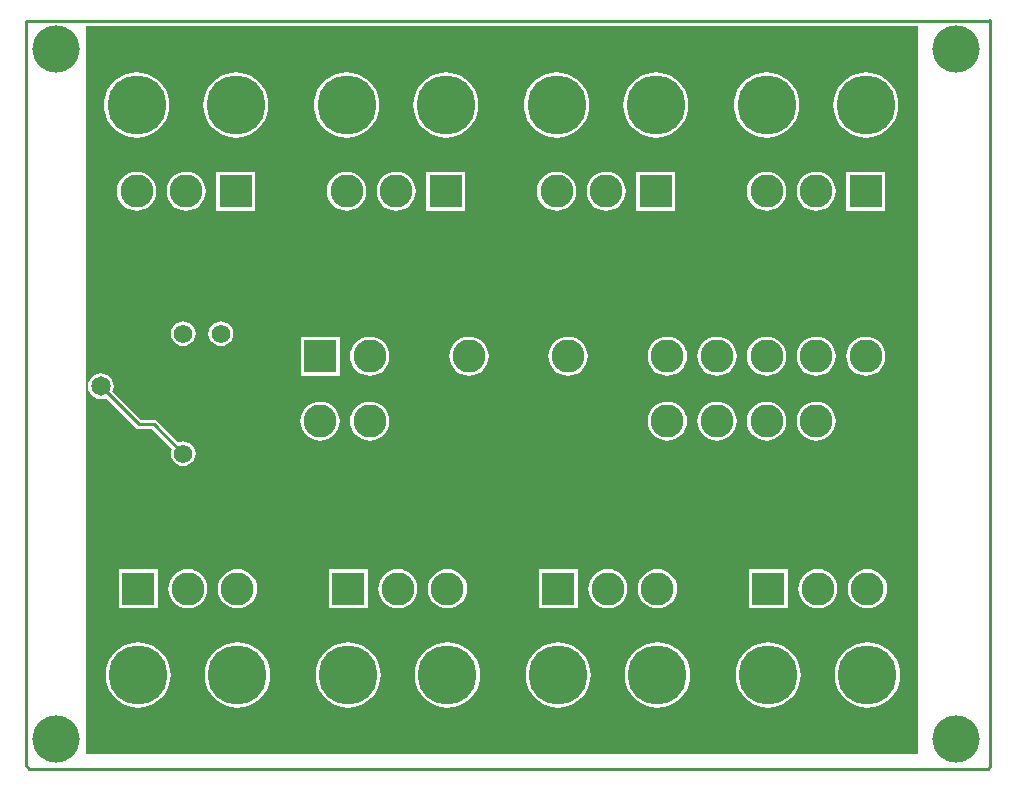
<source format=gbl>
G04 Layer_Physical_Order=2*
G04 Layer_Color=16711680*
%FSLAX44Y44*%
%MOMM*%
G71*
G01*
G75*
%ADD10C,0.2540*%
%ADD11C,4.0000*%
%ADD12C,2.8000*%
%ADD13R,2.8000X2.8000*%
%ADD14C,5.0000*%
%ADD15C,1.5748*%
%ADD16C,1.6510*%
G36*
X3441700Y425450D02*
X2736850D01*
Y1041400D01*
X3441700D01*
Y425450D01*
D02*
G37*
%LPC*%
G36*
X3153440Y581690D02*
X3120360D01*
Y548610D01*
X3153440D01*
Y581690D01*
D02*
G37*
G36*
X3331240D02*
X3298160D01*
Y548610D01*
X3331240D01*
Y581690D01*
D02*
G37*
G36*
X2749550Y747488D02*
X2746732Y747117D01*
X2744106Y746029D01*
X2741851Y744299D01*
X2740121Y742044D01*
X2739033Y739418D01*
X2738662Y736600D01*
X2739033Y733782D01*
X2740121Y731156D01*
X2741851Y728901D01*
X2744106Y727171D01*
X2746732Y726083D01*
X2749550Y725712D01*
X2752368Y726083D01*
X2753928Y726729D01*
X2779061Y701595D01*
X2780321Y700753D01*
X2781808Y700457D01*
X2792899D01*
X2809820Y683536D01*
X2809254Y682169D01*
X2808896Y679450D01*
X2809254Y676731D01*
X2810303Y674198D01*
X2811973Y672023D01*
X2814148Y670353D01*
X2816682Y669304D01*
X2819400Y668946D01*
X2822119Y669304D01*
X2824652Y670353D01*
X2826827Y672023D01*
X2828497Y674198D01*
X2829546Y676731D01*
X2829904Y679450D01*
X2829546Y682169D01*
X2828497Y684702D01*
X2826827Y686877D01*
X2824652Y688547D01*
X2822119Y689596D01*
X2819400Y689954D01*
X2816682Y689596D01*
X2815314Y689030D01*
X2797255Y707089D01*
X2795995Y707931D01*
X2794508Y708227D01*
X2783417D01*
X2759421Y732223D01*
X2760067Y733782D01*
X2760438Y736600D01*
X2760067Y739418D01*
X2758979Y742044D01*
X2757249Y744299D01*
X2754994Y746029D01*
X2752368Y747117D01*
X2749550Y747488D01*
D02*
G37*
G36*
X2975640Y581690D02*
X2942560D01*
Y548610D01*
X2975640D01*
Y581690D01*
D02*
G37*
G36*
X3356700Y581770D02*
X3353458Y581451D01*
X3350340Y580505D01*
X3347466Y578969D01*
X3344948Y576902D01*
X3342881Y574384D01*
X3341345Y571510D01*
X3340399Y568392D01*
X3340080Y565150D01*
X3340399Y561908D01*
X3341345Y558790D01*
X3342881Y555916D01*
X3344948Y553398D01*
X3347466Y551331D01*
X3350340Y549795D01*
X3353458Y548849D01*
X3356700Y548530D01*
X3359942Y548849D01*
X3363060Y549795D01*
X3365934Y551331D01*
X3368452Y553398D01*
X3370519Y555916D01*
X3372055Y558790D01*
X3373000Y561908D01*
X3373320Y565150D01*
X3373000Y568392D01*
X3372055Y571510D01*
X3370519Y574384D01*
X3368452Y576902D01*
X3365934Y578969D01*
X3363060Y580505D01*
X3359942Y581451D01*
X3356700Y581770D01*
D02*
G37*
G36*
X3398700D02*
X3395457Y581451D01*
X3392339Y580505D01*
X3389466Y578969D01*
X3386948Y576902D01*
X3384881Y574384D01*
X3383345Y571510D01*
X3382399Y568392D01*
X3382080Y565150D01*
X3382399Y561908D01*
X3383345Y558790D01*
X3384881Y555916D01*
X3386948Y553398D01*
X3389466Y551331D01*
X3392339Y549795D01*
X3395457Y548849D01*
X3398700Y548530D01*
X3401942Y548849D01*
X3405060Y549795D01*
X3407933Y551331D01*
X3410452Y553398D01*
X3412519Y555916D01*
X3414055Y558790D01*
X3415001Y561908D01*
X3415320Y565150D01*
X3415001Y568392D01*
X3414055Y571510D01*
X3412519Y574384D01*
X3410452Y576902D01*
X3407933Y578969D01*
X3405060Y580505D01*
X3401942Y581451D01*
X3398700Y581770D01*
D02*
G37*
G36*
X2797840Y581690D02*
X2764760D01*
Y548610D01*
X2797840D01*
Y581690D01*
D02*
G37*
G36*
X3313250Y723620D02*
X3310008Y723300D01*
X3306890Y722355D01*
X3304017Y720819D01*
X3301498Y718752D01*
X3299431Y716233D01*
X3297895Y713360D01*
X3296949Y710242D01*
X3296630Y707000D01*
X3296949Y703757D01*
X3297895Y700640D01*
X3299431Y697766D01*
X3301498Y695248D01*
X3304017Y693181D01*
X3306890Y691645D01*
X3310008Y690699D01*
X3313250Y690380D01*
X3316493Y690699D01*
X3319610Y691645D01*
X3322484Y693181D01*
X3325002Y695248D01*
X3327069Y697766D01*
X3328605Y700640D01*
X3329551Y703757D01*
X3329870Y707000D01*
X3329551Y710242D01*
X3328605Y713360D01*
X3327069Y716233D01*
X3325002Y718752D01*
X3322484Y720819D01*
X3319610Y722355D01*
X3316493Y723300D01*
X3313250Y723620D01*
D02*
G37*
G36*
X3355250D02*
X3352008Y723300D01*
X3348890Y722355D01*
X3346017Y720819D01*
X3343498Y718752D01*
X3341431Y716233D01*
X3339895Y713360D01*
X3338949Y710242D01*
X3338630Y707000D01*
X3338949Y703757D01*
X3339895Y700640D01*
X3341431Y697766D01*
X3343498Y695248D01*
X3346017Y693181D01*
X3348890Y691645D01*
X3352008Y690699D01*
X3355250Y690380D01*
X3358492Y690699D01*
X3361610Y691645D01*
X3364484Y693181D01*
X3367002Y695248D01*
X3369069Y697766D01*
X3370605Y700640D01*
X3371551Y703757D01*
X3371870Y707000D01*
X3371551Y710242D01*
X3370605Y713360D01*
X3369069Y716233D01*
X3367002Y718752D01*
X3364484Y720819D01*
X3361610Y722355D01*
X3358492Y723300D01*
X3355250Y723620D01*
D02*
G37*
G36*
X2977250Y778620D02*
X2974007Y778301D01*
X2970890Y777355D01*
X2968016Y775819D01*
X2965498Y773752D01*
X2963431Y771234D01*
X2961895Y768360D01*
X2960949Y765242D01*
X2960630Y762000D01*
X2960949Y758758D01*
X2961895Y755640D01*
X2963431Y752766D01*
X2965498Y750248D01*
X2968016Y748181D01*
X2970890Y746645D01*
X2974007Y745699D01*
X2977250Y745380D01*
X2980492Y745699D01*
X2983610Y746645D01*
X2986483Y748181D01*
X2989002Y750248D01*
X2991069Y752766D01*
X2992605Y755640D01*
X2993550Y758758D01*
X2993870Y762000D01*
X2993550Y765242D01*
X2992605Y768360D01*
X2991069Y771234D01*
X2989002Y773752D01*
X2986483Y775819D01*
X2983610Y777355D01*
X2980492Y778301D01*
X2977250Y778620D01*
D02*
G37*
G36*
X3271250Y723620D02*
X3268007Y723300D01*
X3264890Y722355D01*
X3262016Y720819D01*
X3259498Y718752D01*
X3257431Y716233D01*
X3255895Y713360D01*
X3254949Y710242D01*
X3254630Y707000D01*
X3254949Y703757D01*
X3255895Y700640D01*
X3257431Y697766D01*
X3259498Y695248D01*
X3262016Y693181D01*
X3264890Y691645D01*
X3268007Y690699D01*
X3271250Y690380D01*
X3274492Y690699D01*
X3277610Y691645D01*
X3280483Y693181D01*
X3283002Y695248D01*
X3285069Y697766D01*
X3286605Y700640D01*
X3287550Y703757D01*
X3287870Y707000D01*
X3287550Y710242D01*
X3286605Y713360D01*
X3285069Y716233D01*
X3283002Y718752D01*
X3280483Y720819D01*
X3277610Y722355D01*
X3274492Y723300D01*
X3271250Y723620D01*
D02*
G37*
G36*
X2935250D02*
X2932007Y723300D01*
X2928890Y722355D01*
X2926016Y720819D01*
X2923498Y718752D01*
X2921431Y716233D01*
X2919895Y713360D01*
X2918949Y710242D01*
X2918630Y707000D01*
X2918949Y703757D01*
X2919895Y700640D01*
X2921431Y697766D01*
X2923498Y695248D01*
X2926016Y693181D01*
X2928890Y691645D01*
X2932007Y690699D01*
X2935250Y690380D01*
X2938492Y690699D01*
X2941610Y691645D01*
X2944484Y693181D01*
X2947002Y695248D01*
X2949069Y697766D01*
X2950605Y700640D01*
X2951551Y703757D01*
X2951870Y707000D01*
X2951551Y710242D01*
X2950605Y713360D01*
X2949069Y716233D01*
X2947002Y718752D01*
X2944484Y720819D01*
X2941610Y722355D01*
X2938492Y723300D01*
X2935250Y723620D01*
D02*
G37*
G36*
X2977250D02*
X2974007Y723300D01*
X2970890Y722355D01*
X2968016Y720819D01*
X2965498Y718752D01*
X2963431Y716233D01*
X2961895Y713360D01*
X2960949Y710242D01*
X2960630Y707000D01*
X2960949Y703757D01*
X2961895Y700640D01*
X2963431Y697766D01*
X2965498Y695248D01*
X2968016Y693181D01*
X2970890Y691645D01*
X2974007Y690699D01*
X2977250Y690380D01*
X2980492Y690699D01*
X2983610Y691645D01*
X2986483Y693181D01*
X2989002Y695248D01*
X2991069Y697766D01*
X2992605Y700640D01*
X2993550Y703757D01*
X2993870Y707000D01*
X2993550Y710242D01*
X2992605Y713360D01*
X2991069Y716233D01*
X2989002Y718752D01*
X2986483Y720819D01*
X2983610Y722355D01*
X2980492Y723300D01*
X2977250Y723620D01*
D02*
G37*
G36*
X3229250D02*
X3226007Y723300D01*
X3222890Y722355D01*
X3220016Y720819D01*
X3217498Y718752D01*
X3215431Y716233D01*
X3213895Y713360D01*
X3212949Y710242D01*
X3212630Y707000D01*
X3212949Y703757D01*
X3213895Y700640D01*
X3215431Y697766D01*
X3217498Y695248D01*
X3220016Y693181D01*
X3222890Y691645D01*
X3226007Y690699D01*
X3229250Y690380D01*
X3232492Y690699D01*
X3235610Y691645D01*
X3238483Y693181D01*
X3241002Y695248D01*
X3243069Y697766D01*
X3244605Y700640D01*
X3245551Y703757D01*
X3245870Y707000D01*
X3245551Y710242D01*
X3244605Y713360D01*
X3243069Y716233D01*
X3241002Y718752D01*
X3238483Y720819D01*
X3235610Y722355D01*
X3232492Y723300D01*
X3229250Y723620D01*
D02*
G37*
G36*
X3136900Y519775D02*
X3132578Y519435D01*
X3128363Y518423D01*
X3124359Y516764D01*
X3120662Y514499D01*
X3117366Y511684D01*
X3114551Y508388D01*
X3112286Y504691D01*
X3110627Y500686D01*
X3109615Y496471D01*
X3109275Y492150D01*
X3109615Y487828D01*
X3110627Y483613D01*
X3112286Y479608D01*
X3114551Y475912D01*
X3117366Y472616D01*
X3120662Y469801D01*
X3124359Y467536D01*
X3128363Y465877D01*
X3132578Y464865D01*
X3136900Y464525D01*
X3141222Y464865D01*
X3145437Y465877D01*
X3149442Y467536D01*
X3153138Y469801D01*
X3156434Y472616D01*
X3159249Y475912D01*
X3161514Y479608D01*
X3163173Y483613D01*
X3164185Y487828D01*
X3164525Y492150D01*
X3164185Y496471D01*
X3163173Y500686D01*
X3161514Y504691D01*
X3159249Y508388D01*
X3156434Y511684D01*
X3153138Y514499D01*
X3149442Y516764D01*
X3145437Y518423D01*
X3141222Y519435D01*
X3136900Y519775D01*
D02*
G37*
G36*
X3220900D02*
X3216578Y519435D01*
X3212363Y518423D01*
X3208358Y516764D01*
X3204662Y514499D01*
X3201366Y511684D01*
X3198551Y508388D01*
X3196286Y504691D01*
X3194627Y500686D01*
X3193615Y496471D01*
X3193275Y492150D01*
X3193615Y487828D01*
X3194627Y483613D01*
X3196286Y479608D01*
X3198551Y475912D01*
X3201366Y472616D01*
X3204662Y469801D01*
X3208358Y467536D01*
X3212363Y465877D01*
X3216578Y464865D01*
X3220900Y464525D01*
X3225221Y464865D01*
X3229437Y465877D01*
X3233441Y467536D01*
X3237137Y469801D01*
X3240434Y472616D01*
X3243249Y475912D01*
X3245514Y479608D01*
X3247173Y483613D01*
X3248185Y487828D01*
X3248525Y492150D01*
X3248185Y496471D01*
X3247173Y500686D01*
X3245514Y504691D01*
X3243249Y508388D01*
X3240434Y511684D01*
X3237137Y514499D01*
X3233441Y516764D01*
X3229437Y518423D01*
X3225221Y519435D01*
X3220900Y519775D01*
D02*
G37*
G36*
X3314700D02*
X3310378Y519435D01*
X3306163Y518423D01*
X3302159Y516764D01*
X3298462Y514499D01*
X3295166Y511684D01*
X3292351Y508388D01*
X3290086Y504691D01*
X3288427Y500686D01*
X3287415Y496471D01*
X3287075Y492150D01*
X3287415Y487828D01*
X3288427Y483613D01*
X3290086Y479608D01*
X3292351Y475912D01*
X3295166Y472616D01*
X3298462Y469801D01*
X3302159Y467536D01*
X3306163Y465877D01*
X3310378Y464865D01*
X3314700Y464525D01*
X3319022Y464865D01*
X3323237Y465877D01*
X3327242Y467536D01*
X3330938Y469801D01*
X3334234Y472616D01*
X3337049Y475912D01*
X3339314Y479608D01*
X3340973Y483613D01*
X3341985Y487828D01*
X3342325Y492150D01*
X3341985Y496471D01*
X3340973Y500686D01*
X3339314Y504691D01*
X3337049Y508388D01*
X3334234Y511684D01*
X3330938Y514499D01*
X3327242Y516764D01*
X3323237Y518423D01*
X3319022Y519435D01*
X3314700Y519775D01*
D02*
G37*
G36*
X3043100D02*
X3038778Y519435D01*
X3034563Y518423D01*
X3030558Y516764D01*
X3026862Y514499D01*
X3023566Y511684D01*
X3020751Y508388D01*
X3018486Y504691D01*
X3016827Y500686D01*
X3015815Y496471D01*
X3015475Y492150D01*
X3015815Y487828D01*
X3016827Y483613D01*
X3018486Y479608D01*
X3020751Y475912D01*
X3023566Y472616D01*
X3026862Y469801D01*
X3030558Y467536D01*
X3034563Y465877D01*
X3038778Y464865D01*
X3043100Y464525D01*
X3047421Y464865D01*
X3051636Y465877D01*
X3055641Y467536D01*
X3059337Y469801D01*
X3062634Y472616D01*
X3065449Y475912D01*
X3067714Y479608D01*
X3069373Y483613D01*
X3070385Y487828D01*
X3070725Y492150D01*
X3070385Y496471D01*
X3069373Y500686D01*
X3067714Y504691D01*
X3065449Y508388D01*
X3062634Y511684D01*
X3059337Y514499D01*
X3055641Y516764D01*
X3051636Y518423D01*
X3047421Y519435D01*
X3043100Y519775D01*
D02*
G37*
G36*
X2781300D02*
X2776978Y519435D01*
X2772763Y518423D01*
X2768759Y516764D01*
X2765062Y514499D01*
X2761766Y511684D01*
X2758951Y508388D01*
X2756686Y504691D01*
X2755027Y500686D01*
X2754015Y496471D01*
X2753675Y492150D01*
X2754015Y487828D01*
X2755027Y483613D01*
X2756686Y479608D01*
X2758951Y475912D01*
X2761766Y472616D01*
X2765062Y469801D01*
X2768759Y467536D01*
X2772763Y465877D01*
X2776978Y464865D01*
X2781300Y464525D01*
X2785622Y464865D01*
X2789837Y465877D01*
X2793842Y467536D01*
X2797538Y469801D01*
X2800834Y472616D01*
X2803649Y475912D01*
X2805914Y479608D01*
X2807573Y483613D01*
X2808585Y487828D01*
X2808925Y492150D01*
X2808585Y496471D01*
X2807573Y500686D01*
X2805914Y504691D01*
X2803649Y508388D01*
X2800834Y511684D01*
X2797538Y514499D01*
X2793842Y516764D01*
X2789837Y518423D01*
X2785622Y519435D01*
X2781300Y519775D01*
D02*
G37*
G36*
X2865300D02*
X2860978Y519435D01*
X2856763Y518423D01*
X2852758Y516764D01*
X2849062Y514499D01*
X2845766Y511684D01*
X2842951Y508388D01*
X2840686Y504691D01*
X2839027Y500686D01*
X2838015Y496471D01*
X2837675Y492150D01*
X2838015Y487828D01*
X2839027Y483613D01*
X2840686Y479608D01*
X2842951Y475912D01*
X2845766Y472616D01*
X2849062Y469801D01*
X2852758Y467536D01*
X2856763Y465877D01*
X2860978Y464865D01*
X2865300Y464525D01*
X2869621Y464865D01*
X2873836Y465877D01*
X2877841Y467536D01*
X2881537Y469801D01*
X2884834Y472616D01*
X2887649Y475912D01*
X2889914Y479608D01*
X2891573Y483613D01*
X2892585Y487828D01*
X2892925Y492150D01*
X2892585Y496471D01*
X2891573Y500686D01*
X2889914Y504691D01*
X2887649Y508388D01*
X2884834Y511684D01*
X2881537Y514499D01*
X2877841Y516764D01*
X2873836Y518423D01*
X2869621Y519435D01*
X2865300Y519775D01*
D02*
G37*
G36*
X2959100D02*
X2954778Y519435D01*
X2950563Y518423D01*
X2946559Y516764D01*
X2942862Y514499D01*
X2939566Y511684D01*
X2936751Y508388D01*
X2934486Y504691D01*
X2932827Y500686D01*
X2931815Y496471D01*
X2931475Y492150D01*
X2931815Y487828D01*
X2932827Y483613D01*
X2934486Y479608D01*
X2936751Y475912D01*
X2939566Y472616D01*
X2942862Y469801D01*
X2946559Y467536D01*
X2950563Y465877D01*
X2954778Y464865D01*
X2959100Y464525D01*
X2963422Y464865D01*
X2967637Y465877D01*
X2971642Y467536D01*
X2975338Y469801D01*
X2978634Y472616D01*
X2981449Y475912D01*
X2983714Y479608D01*
X2985373Y483613D01*
X2986385Y487828D01*
X2986725Y492150D01*
X2986385Y496471D01*
X2985373Y500686D01*
X2983714Y504691D01*
X2981449Y508388D01*
X2978634Y511684D01*
X2975338Y514499D01*
X2971642Y516764D01*
X2967637Y518423D01*
X2963422Y519435D01*
X2959100Y519775D01*
D02*
G37*
G36*
X3043100Y581770D02*
X3039857Y581451D01*
X3036740Y580505D01*
X3033866Y578969D01*
X3031348Y576902D01*
X3029281Y574384D01*
X3027745Y571510D01*
X3026799Y568392D01*
X3026480Y565150D01*
X3026799Y561908D01*
X3027745Y558790D01*
X3029281Y555916D01*
X3031348Y553398D01*
X3033866Y551331D01*
X3036740Y549795D01*
X3039857Y548849D01*
X3043100Y548530D01*
X3046342Y548849D01*
X3049460Y549795D01*
X3052333Y551331D01*
X3054852Y553398D01*
X3056919Y555916D01*
X3058455Y558790D01*
X3059401Y561908D01*
X3059720Y565150D01*
X3059401Y568392D01*
X3058455Y571510D01*
X3056919Y574384D01*
X3054852Y576902D01*
X3052333Y578969D01*
X3049460Y580505D01*
X3046342Y581451D01*
X3043100Y581770D01*
D02*
G37*
G36*
X3178900D02*
X3175657Y581451D01*
X3172540Y580505D01*
X3169666Y578969D01*
X3167148Y576902D01*
X3165081Y574384D01*
X3163545Y571510D01*
X3162599Y568392D01*
X3162280Y565150D01*
X3162599Y561908D01*
X3163545Y558790D01*
X3165081Y555916D01*
X3167148Y553398D01*
X3169666Y551331D01*
X3172540Y549795D01*
X3175657Y548849D01*
X3178900Y548530D01*
X3182142Y548849D01*
X3185260Y549795D01*
X3188134Y551331D01*
X3190652Y553398D01*
X3192719Y555916D01*
X3194255Y558790D01*
X3195201Y561908D01*
X3195520Y565150D01*
X3195201Y568392D01*
X3194255Y571510D01*
X3192719Y574384D01*
X3190652Y576902D01*
X3188134Y578969D01*
X3185260Y580505D01*
X3182142Y581451D01*
X3178900Y581770D01*
D02*
G37*
G36*
X3220900D02*
X3217657Y581451D01*
X3214539Y580505D01*
X3211666Y578969D01*
X3209148Y576902D01*
X3207081Y574384D01*
X3205545Y571510D01*
X3204599Y568392D01*
X3204280Y565150D01*
X3204599Y561908D01*
X3205545Y558790D01*
X3207081Y555916D01*
X3209148Y553398D01*
X3211666Y551331D01*
X3214539Y549795D01*
X3217657Y548849D01*
X3220900Y548530D01*
X3224142Y548849D01*
X3227260Y549795D01*
X3230133Y551331D01*
X3232652Y553398D01*
X3234719Y555916D01*
X3236255Y558790D01*
X3237201Y561908D01*
X3237520Y565150D01*
X3237201Y568392D01*
X3236255Y571510D01*
X3234719Y574384D01*
X3232652Y576902D01*
X3230133Y578969D01*
X3227260Y580505D01*
X3224142Y581451D01*
X3220900Y581770D01*
D02*
G37*
G36*
X3001100D02*
X2997857Y581451D01*
X2994740Y580505D01*
X2991866Y578969D01*
X2989348Y576902D01*
X2987281Y574384D01*
X2985745Y571510D01*
X2984799Y568392D01*
X2984480Y565150D01*
X2984799Y561908D01*
X2985745Y558790D01*
X2987281Y555916D01*
X2989348Y553398D01*
X2991866Y551331D01*
X2994740Y549795D01*
X2997857Y548849D01*
X3001100Y548530D01*
X3004342Y548849D01*
X3007460Y549795D01*
X3010334Y551331D01*
X3012852Y553398D01*
X3014919Y555916D01*
X3016455Y558790D01*
X3017401Y561908D01*
X3017720Y565150D01*
X3017401Y568392D01*
X3016455Y571510D01*
X3014919Y574384D01*
X3012852Y576902D01*
X3010334Y578969D01*
X3007460Y580505D01*
X3004342Y581451D01*
X3001100Y581770D01*
D02*
G37*
G36*
X3398700Y519775D02*
X3394378Y519435D01*
X3390163Y518423D01*
X3386158Y516764D01*
X3382462Y514499D01*
X3379166Y511684D01*
X3376351Y508388D01*
X3374086Y504691D01*
X3372427Y500686D01*
X3371415Y496471D01*
X3371075Y492150D01*
X3371415Y487828D01*
X3372427Y483613D01*
X3374086Y479608D01*
X3376351Y475912D01*
X3379166Y472616D01*
X3382462Y469801D01*
X3386158Y467536D01*
X3390163Y465877D01*
X3394378Y464865D01*
X3398700Y464525D01*
X3403022Y464865D01*
X3407237Y465877D01*
X3411241Y467536D01*
X3414937Y469801D01*
X3418234Y472616D01*
X3421049Y475912D01*
X3423314Y479608D01*
X3424973Y483613D01*
X3425985Y487828D01*
X3426325Y492150D01*
X3425985Y496471D01*
X3424973Y500686D01*
X3423314Y504691D01*
X3421049Y508388D01*
X3418234Y511684D01*
X3414937Y514499D01*
X3411241Y516764D01*
X3407237Y518423D01*
X3403022Y519435D01*
X3398700Y519775D01*
D02*
G37*
G36*
X2823300Y581770D02*
X2820057Y581451D01*
X2816940Y580505D01*
X2814066Y578969D01*
X2811548Y576902D01*
X2809481Y574384D01*
X2807945Y571510D01*
X2806999Y568392D01*
X2806680Y565150D01*
X2806999Y561908D01*
X2807945Y558790D01*
X2809481Y555916D01*
X2811548Y553398D01*
X2814066Y551331D01*
X2816940Y549795D01*
X2820057Y548849D01*
X2823300Y548530D01*
X2826542Y548849D01*
X2829660Y549795D01*
X2832534Y551331D01*
X2835052Y553398D01*
X2837119Y555916D01*
X2838655Y558790D01*
X2839601Y561908D01*
X2839920Y565150D01*
X2839601Y568392D01*
X2838655Y571510D01*
X2837119Y574384D01*
X2835052Y576902D01*
X2832534Y578969D01*
X2829660Y580505D01*
X2826542Y581451D01*
X2823300Y581770D01*
D02*
G37*
G36*
X2865300D02*
X2862057Y581451D01*
X2858940Y580505D01*
X2856066Y578969D01*
X2853548Y576902D01*
X2851481Y574384D01*
X2849945Y571510D01*
X2848999Y568392D01*
X2848680Y565150D01*
X2848999Y561908D01*
X2849945Y558790D01*
X2851481Y555916D01*
X2853548Y553398D01*
X2856066Y551331D01*
X2858940Y549795D01*
X2862057Y548849D01*
X2865300Y548530D01*
X2868542Y548849D01*
X2871660Y549795D01*
X2874533Y551331D01*
X2877052Y553398D01*
X2879119Y555916D01*
X2880655Y558790D01*
X2881601Y561908D01*
X2881920Y565150D01*
X2881601Y568392D01*
X2880655Y571510D01*
X2879119Y574384D01*
X2877052Y576902D01*
X2874533Y578969D01*
X2871660Y580505D01*
X2868542Y581451D01*
X2865300Y581770D01*
D02*
G37*
G36*
X3061250Y778620D02*
X3058008Y778301D01*
X3054890Y777355D01*
X3052017Y775819D01*
X3049498Y773752D01*
X3047431Y771234D01*
X3045895Y768360D01*
X3044950Y765242D01*
X3044630Y762000D01*
X3044950Y758758D01*
X3045895Y755640D01*
X3047431Y752766D01*
X3049498Y750248D01*
X3052017Y748181D01*
X3054890Y746645D01*
X3058008Y745699D01*
X3061250Y745380D01*
X3064492Y745699D01*
X3067610Y746645D01*
X3070484Y748181D01*
X3073002Y750248D01*
X3075069Y752766D01*
X3076605Y755640D01*
X3077551Y758758D01*
X3077870Y762000D01*
X3077551Y765242D01*
X3076605Y768360D01*
X3075069Y771234D01*
X3073002Y773752D01*
X3070484Y775819D01*
X3067610Y777355D01*
X3064492Y778301D01*
X3061250Y778620D01*
D02*
G37*
G36*
X3235990Y918240D02*
X3202910D01*
Y885160D01*
X3235990D01*
Y918240D01*
D02*
G37*
G36*
X3413790D02*
X3380710D01*
Y885160D01*
X3413790D01*
Y918240D01*
D02*
G37*
G36*
X2779850Y1002325D02*
X2775529Y1001985D01*
X2771313Y1000973D01*
X2767309Y999314D01*
X2763612Y997049D01*
X2760316Y994234D01*
X2757501Y990938D01*
X2755236Y987242D01*
X2753577Y983237D01*
X2752565Y979022D01*
X2752225Y974700D01*
X2752565Y970379D01*
X2753577Y966163D01*
X2755236Y962159D01*
X2757501Y958462D01*
X2760316Y955166D01*
X2763612Y952351D01*
X2767309Y950086D01*
X2771313Y948427D01*
X2775529Y947415D01*
X2779850Y947075D01*
X2784172Y947415D01*
X2788387Y948427D01*
X2792392Y950086D01*
X2796088Y952351D01*
X2799384Y955166D01*
X2802199Y958462D01*
X2804464Y962159D01*
X2806123Y966163D01*
X2807135Y970379D01*
X2807475Y974700D01*
X2807135Y979022D01*
X2806123Y983237D01*
X2804464Y987242D01*
X2802199Y990938D01*
X2799384Y994234D01*
X2796088Y997049D01*
X2792392Y999314D01*
X2788387Y1000973D01*
X2784172Y1001985D01*
X2779850Y1002325D01*
D02*
G37*
G36*
X3058190Y918240D02*
X3025110D01*
Y885160D01*
X3058190D01*
Y918240D01*
D02*
G37*
G36*
X3313250Y918320D02*
X3310008Y918001D01*
X3306890Y917055D01*
X3304017Y915519D01*
X3301498Y913452D01*
X3299431Y910934D01*
X3297895Y908060D01*
X3296949Y904942D01*
X3296630Y901700D01*
X3296949Y898458D01*
X3297895Y895340D01*
X3299431Y892466D01*
X3301498Y889948D01*
X3304017Y887881D01*
X3306890Y886345D01*
X3310008Y885399D01*
X3313250Y885080D01*
X3316493Y885399D01*
X3319610Y886345D01*
X3322484Y887881D01*
X3325002Y889948D01*
X3327069Y892466D01*
X3328605Y895340D01*
X3329551Y898458D01*
X3329870Y901700D01*
X3329551Y904942D01*
X3328605Y908060D01*
X3327069Y910934D01*
X3325002Y913452D01*
X3322484Y915519D01*
X3319610Y917055D01*
X3316493Y918001D01*
X3313250Y918320D01*
D02*
G37*
G36*
X3355250D02*
X3352008Y918001D01*
X3348890Y917055D01*
X3346017Y915519D01*
X3343498Y913452D01*
X3341431Y910934D01*
X3339895Y908060D01*
X3338949Y904942D01*
X3338630Y901700D01*
X3338949Y898458D01*
X3339895Y895340D01*
X3341431Y892466D01*
X3343498Y889948D01*
X3346017Y887881D01*
X3348890Y886345D01*
X3352008Y885399D01*
X3355250Y885080D01*
X3358492Y885399D01*
X3361610Y886345D01*
X3364484Y887881D01*
X3367002Y889948D01*
X3369069Y892466D01*
X3370605Y895340D01*
X3371551Y898458D01*
X3371870Y901700D01*
X3371551Y904942D01*
X3370605Y908060D01*
X3369069Y910934D01*
X3367002Y913452D01*
X3364484Y915519D01*
X3361610Y917055D01*
X3358492Y918001D01*
X3355250Y918320D01*
D02*
G37*
G36*
X2880390Y918240D02*
X2847310D01*
Y885160D01*
X2880390D01*
Y918240D01*
D02*
G37*
G36*
X3219450Y1002325D02*
X3215128Y1001985D01*
X3210913Y1000973D01*
X3206908Y999314D01*
X3203212Y997049D01*
X3199916Y994234D01*
X3197101Y990938D01*
X3194836Y987242D01*
X3193177Y983237D01*
X3192165Y979022D01*
X3191825Y974700D01*
X3192165Y970379D01*
X3193177Y966163D01*
X3194836Y962159D01*
X3197101Y958462D01*
X3199916Y955166D01*
X3203212Y952351D01*
X3206908Y950086D01*
X3210913Y948427D01*
X3215128Y947415D01*
X3219450Y947075D01*
X3223771Y947415D01*
X3227986Y948427D01*
X3231992Y950086D01*
X3235688Y952351D01*
X3238984Y955166D01*
X3241799Y958462D01*
X3244064Y962159D01*
X3245723Y966163D01*
X3246735Y970379D01*
X3247075Y974700D01*
X3246735Y979022D01*
X3245723Y983237D01*
X3244064Y987242D01*
X3241799Y990938D01*
X3238984Y994234D01*
X3235688Y997049D01*
X3231992Y999314D01*
X3227986Y1000973D01*
X3223771Y1001985D01*
X3219450Y1002325D01*
D02*
G37*
G36*
X3313250D02*
X3308929Y1001985D01*
X3304713Y1000973D01*
X3300709Y999314D01*
X3297013Y997049D01*
X3293716Y994234D01*
X3290901Y990938D01*
X3288636Y987242D01*
X3286977Y983237D01*
X3285965Y979022D01*
X3285625Y974700D01*
X3285965Y970379D01*
X3286977Y966163D01*
X3288636Y962159D01*
X3290901Y958462D01*
X3293716Y955166D01*
X3297013Y952351D01*
X3300709Y950086D01*
X3304713Y948427D01*
X3308929Y947415D01*
X3313250Y947075D01*
X3317572Y947415D01*
X3321787Y948427D01*
X3325792Y950086D01*
X3329488Y952351D01*
X3332784Y955166D01*
X3335599Y958462D01*
X3337864Y962159D01*
X3339523Y966163D01*
X3340535Y970379D01*
X3340875Y974700D01*
X3340535Y979022D01*
X3339523Y983237D01*
X3337864Y987242D01*
X3335599Y990938D01*
X3332784Y994234D01*
X3329488Y997049D01*
X3325792Y999314D01*
X3321787Y1000973D01*
X3317572Y1001985D01*
X3313250Y1002325D01*
D02*
G37*
G36*
X3397250D02*
X3392928Y1001985D01*
X3388713Y1000973D01*
X3384708Y999314D01*
X3381012Y997049D01*
X3377716Y994234D01*
X3374901Y990938D01*
X3372636Y987242D01*
X3370977Y983237D01*
X3369965Y979022D01*
X3369625Y974700D01*
X3369965Y970379D01*
X3370977Y966163D01*
X3372636Y962159D01*
X3374901Y958462D01*
X3377716Y955166D01*
X3381012Y952351D01*
X3384708Y950086D01*
X3388713Y948427D01*
X3392928Y947415D01*
X3397250Y947075D01*
X3401571Y947415D01*
X3405787Y948427D01*
X3409792Y950086D01*
X3413488Y952351D01*
X3416784Y955166D01*
X3419599Y958462D01*
X3421864Y962159D01*
X3423523Y966163D01*
X3424535Y970379D01*
X3424875Y974700D01*
X3424535Y979022D01*
X3423523Y983237D01*
X3421864Y987242D01*
X3419599Y990938D01*
X3416784Y994234D01*
X3413488Y997049D01*
X3409792Y999314D01*
X3405787Y1000973D01*
X3401571Y1001985D01*
X3397250Y1002325D01*
D02*
G37*
G36*
X3135450D02*
X3131129Y1001985D01*
X3126913Y1000973D01*
X3122909Y999314D01*
X3119213Y997049D01*
X3115916Y994234D01*
X3113101Y990938D01*
X3110836Y987242D01*
X3109177Y983237D01*
X3108165Y979022D01*
X3107825Y974700D01*
X3108165Y970379D01*
X3109177Y966163D01*
X3110836Y962159D01*
X3113101Y958462D01*
X3115916Y955166D01*
X3119213Y952351D01*
X3122909Y950086D01*
X3126913Y948427D01*
X3131129Y947415D01*
X3135450Y947075D01*
X3139772Y947415D01*
X3143987Y948427D01*
X3147992Y950086D01*
X3151688Y952351D01*
X3154984Y955166D01*
X3157799Y958462D01*
X3160064Y962159D01*
X3161723Y966163D01*
X3162735Y970379D01*
X3163075Y974700D01*
X3162735Y979022D01*
X3161723Y983237D01*
X3160064Y987242D01*
X3157799Y990938D01*
X3154984Y994234D01*
X3151688Y997049D01*
X3147992Y999314D01*
X3143987Y1000973D01*
X3139772Y1001985D01*
X3135450Y1002325D01*
D02*
G37*
G36*
X2863850D02*
X2859529Y1001985D01*
X2855313Y1000973D01*
X2851308Y999314D01*
X2847612Y997049D01*
X2844316Y994234D01*
X2841501Y990938D01*
X2839236Y987242D01*
X2837577Y983237D01*
X2836565Y979022D01*
X2836225Y974700D01*
X2836565Y970379D01*
X2837577Y966163D01*
X2839236Y962159D01*
X2841501Y958462D01*
X2844316Y955166D01*
X2847612Y952351D01*
X2851308Y950086D01*
X2855313Y948427D01*
X2859529Y947415D01*
X2863850Y947075D01*
X2868171Y947415D01*
X2872386Y948427D01*
X2876392Y950086D01*
X2880088Y952351D01*
X2883384Y955166D01*
X2886199Y958462D01*
X2888464Y962159D01*
X2890123Y966163D01*
X2891135Y970379D01*
X2891475Y974700D01*
X2891135Y979022D01*
X2890123Y983237D01*
X2888464Y987242D01*
X2886199Y990938D01*
X2883384Y994234D01*
X2880088Y997049D01*
X2876392Y999314D01*
X2872386Y1000973D01*
X2868171Y1001985D01*
X2863850Y1002325D01*
D02*
G37*
G36*
X2957650D02*
X2953329Y1001985D01*
X2949113Y1000973D01*
X2945109Y999314D01*
X2941412Y997049D01*
X2938116Y994234D01*
X2935301Y990938D01*
X2933036Y987242D01*
X2931377Y983237D01*
X2930365Y979022D01*
X2930025Y974700D01*
X2930365Y970379D01*
X2931377Y966163D01*
X2933036Y962159D01*
X2935301Y958462D01*
X2938116Y955166D01*
X2941412Y952351D01*
X2945109Y950086D01*
X2949113Y948427D01*
X2953329Y947415D01*
X2957650Y947075D01*
X2961972Y947415D01*
X2966187Y948427D01*
X2970192Y950086D01*
X2973888Y952351D01*
X2977184Y955166D01*
X2979999Y958462D01*
X2982264Y962159D01*
X2983923Y966163D01*
X2984935Y970379D01*
X2985275Y974700D01*
X2984935Y979022D01*
X2983923Y983237D01*
X2982264Y987242D01*
X2979999Y990938D01*
X2977184Y994234D01*
X2973888Y997049D01*
X2970192Y999314D01*
X2966187Y1000973D01*
X2961972Y1001985D01*
X2957650Y1002325D01*
D02*
G37*
G36*
X3041650D02*
X3037328Y1001985D01*
X3033113Y1000973D01*
X3029108Y999314D01*
X3025412Y997049D01*
X3022116Y994234D01*
X3019301Y990938D01*
X3017036Y987242D01*
X3015377Y983237D01*
X3014365Y979022D01*
X3014025Y974700D01*
X3014365Y970379D01*
X3015377Y966163D01*
X3017036Y962159D01*
X3019301Y958462D01*
X3022116Y955166D01*
X3025412Y952351D01*
X3029108Y950086D01*
X3033113Y948427D01*
X3037328Y947415D01*
X3041650Y947075D01*
X3045971Y947415D01*
X3050186Y948427D01*
X3054192Y950086D01*
X3057888Y952351D01*
X3061184Y955166D01*
X3063999Y958462D01*
X3066264Y962159D01*
X3067923Y966163D01*
X3068935Y970379D01*
X3069275Y974700D01*
X3068935Y979022D01*
X3067923Y983237D01*
X3066264Y987242D01*
X3063999Y990938D01*
X3061184Y994234D01*
X3057888Y997049D01*
X3054192Y999314D01*
X3050186Y1000973D01*
X3045971Y1001985D01*
X3041650Y1002325D01*
D02*
G37*
G36*
X3177450Y918320D02*
X3174208Y918001D01*
X3171090Y917055D01*
X3168217Y915519D01*
X3165698Y913452D01*
X3163631Y910934D01*
X3162095Y908060D01*
X3161149Y904942D01*
X3160830Y901700D01*
X3161149Y898458D01*
X3162095Y895340D01*
X3163631Y892466D01*
X3165698Y889948D01*
X3168217Y887881D01*
X3171090Y886345D01*
X3174208Y885399D01*
X3177450Y885080D01*
X3180692Y885399D01*
X3183810Y886345D01*
X3186684Y887881D01*
X3189202Y889948D01*
X3191269Y892466D01*
X3192805Y895340D01*
X3193751Y898458D01*
X3194070Y901700D01*
X3193751Y904942D01*
X3192805Y908060D01*
X3191269Y910934D01*
X3189202Y913452D01*
X3186684Y915519D01*
X3183810Y917055D01*
X3180692Y918001D01*
X3177450Y918320D01*
D02*
G37*
G36*
X3355250Y778620D02*
X3352008Y778301D01*
X3348890Y777355D01*
X3346017Y775819D01*
X3343498Y773752D01*
X3341431Y771234D01*
X3339895Y768360D01*
X3338949Y765242D01*
X3338630Y762000D01*
X3338949Y758758D01*
X3339895Y755640D01*
X3341431Y752766D01*
X3343498Y750248D01*
X3346017Y748181D01*
X3348890Y746645D01*
X3352008Y745699D01*
X3355250Y745380D01*
X3358492Y745699D01*
X3361610Y746645D01*
X3364484Y748181D01*
X3367002Y750248D01*
X3369069Y752766D01*
X3370605Y755640D01*
X3371551Y758758D01*
X3371870Y762000D01*
X3371551Y765242D01*
X3370605Y768360D01*
X3369069Y771234D01*
X3367002Y773752D01*
X3364484Y775819D01*
X3361610Y777355D01*
X3358492Y778301D01*
X3355250Y778620D01*
D02*
G37*
G36*
X3397250D02*
X3394008Y778301D01*
X3390890Y777355D01*
X3388016Y775819D01*
X3385498Y773752D01*
X3383431Y771234D01*
X3381895Y768360D01*
X3380949Y765242D01*
X3380630Y762000D01*
X3380949Y758758D01*
X3381895Y755640D01*
X3383431Y752766D01*
X3385498Y750248D01*
X3388016Y748181D01*
X3390890Y746645D01*
X3394008Y745699D01*
X3397250Y745380D01*
X3400492Y745699D01*
X3403610Y746645D01*
X3406483Y748181D01*
X3409002Y750248D01*
X3411069Y752766D01*
X3412605Y755640D01*
X3413551Y758758D01*
X3413870Y762000D01*
X3413551Y765242D01*
X3412605Y768360D01*
X3411069Y771234D01*
X3409002Y773752D01*
X3406483Y775819D01*
X3403610Y777355D01*
X3400492Y778301D01*
X3397250Y778620D01*
D02*
G37*
G36*
X2951790Y778540D02*
X2918710D01*
Y745460D01*
X2951790D01*
Y778540D01*
D02*
G37*
G36*
X3313250Y778620D02*
X3310008Y778301D01*
X3306890Y777355D01*
X3304017Y775819D01*
X3301498Y773752D01*
X3299431Y771234D01*
X3297895Y768360D01*
X3296949Y765242D01*
X3296630Y762000D01*
X3296949Y758758D01*
X3297895Y755640D01*
X3299431Y752766D01*
X3301498Y750248D01*
X3304017Y748181D01*
X3306890Y746645D01*
X3310008Y745699D01*
X3313250Y745380D01*
X3316493Y745699D01*
X3319610Y746645D01*
X3322484Y748181D01*
X3325002Y750248D01*
X3327069Y752766D01*
X3328605Y755640D01*
X3329551Y758758D01*
X3329870Y762000D01*
X3329551Y765242D01*
X3328605Y768360D01*
X3327069Y771234D01*
X3325002Y773752D01*
X3322484Y775819D01*
X3319610Y777355D01*
X3316493Y778301D01*
X3313250Y778620D01*
D02*
G37*
G36*
X3145250D02*
X3142008Y778301D01*
X3138890Y777355D01*
X3136017Y775819D01*
X3133498Y773752D01*
X3131431Y771234D01*
X3129895Y768360D01*
X3128949Y765242D01*
X3128630Y762000D01*
X3128949Y758758D01*
X3129895Y755640D01*
X3131431Y752766D01*
X3133498Y750248D01*
X3136017Y748181D01*
X3138890Y746645D01*
X3142008Y745699D01*
X3145250Y745380D01*
X3148492Y745699D01*
X3151610Y746645D01*
X3154484Y748181D01*
X3157002Y750248D01*
X3159069Y752766D01*
X3160605Y755640D01*
X3161551Y758758D01*
X3161870Y762000D01*
X3161551Y765242D01*
X3160605Y768360D01*
X3159069Y771234D01*
X3157002Y773752D01*
X3154484Y775819D01*
X3151610Y777355D01*
X3148492Y778301D01*
X3145250Y778620D01*
D02*
G37*
G36*
X3229250D02*
X3226007Y778301D01*
X3222890Y777355D01*
X3220016Y775819D01*
X3217498Y773752D01*
X3215431Y771234D01*
X3213895Y768360D01*
X3212949Y765242D01*
X3212630Y762000D01*
X3212949Y758758D01*
X3213895Y755640D01*
X3215431Y752766D01*
X3217498Y750248D01*
X3220016Y748181D01*
X3222890Y746645D01*
X3226007Y745699D01*
X3229250Y745380D01*
X3232492Y745699D01*
X3235610Y746645D01*
X3238483Y748181D01*
X3241002Y750248D01*
X3243069Y752766D01*
X3244605Y755640D01*
X3245551Y758758D01*
X3245870Y762000D01*
X3245551Y765242D01*
X3244605Y768360D01*
X3243069Y771234D01*
X3241002Y773752D01*
X3238483Y775819D01*
X3235610Y777355D01*
X3232492Y778301D01*
X3229250Y778620D01*
D02*
G37*
G36*
X3271250D02*
X3268007Y778301D01*
X3264890Y777355D01*
X3262016Y775819D01*
X3259498Y773752D01*
X3257431Y771234D01*
X3255895Y768360D01*
X3254949Y765242D01*
X3254630Y762000D01*
X3254949Y758758D01*
X3255895Y755640D01*
X3257431Y752766D01*
X3259498Y750248D01*
X3262016Y748181D01*
X3264890Y746645D01*
X3268007Y745699D01*
X3271250Y745380D01*
X3274492Y745699D01*
X3277610Y746645D01*
X3280483Y748181D01*
X3283002Y750248D01*
X3285069Y752766D01*
X3286605Y755640D01*
X3287550Y758758D01*
X3287870Y762000D01*
X3287550Y765242D01*
X3286605Y768360D01*
X3285069Y771234D01*
X3283002Y773752D01*
X3280483Y775819D01*
X3277610Y777355D01*
X3274492Y778301D01*
X3271250Y778620D01*
D02*
G37*
G36*
X2957650Y918320D02*
X2954408Y918001D01*
X2951290Y917055D01*
X2948417Y915519D01*
X2945898Y913452D01*
X2943831Y910934D01*
X2942295Y908060D01*
X2941349Y904942D01*
X2941030Y901700D01*
X2941349Y898458D01*
X2942295Y895340D01*
X2943831Y892466D01*
X2945898Y889948D01*
X2948417Y887881D01*
X2951290Y886345D01*
X2954408Y885399D01*
X2957650Y885080D01*
X2960893Y885399D01*
X2964010Y886345D01*
X2966884Y887881D01*
X2969402Y889948D01*
X2971469Y892466D01*
X2973005Y895340D01*
X2973951Y898458D01*
X2974270Y901700D01*
X2973951Y904942D01*
X2973005Y908060D01*
X2971469Y910934D01*
X2969402Y913452D01*
X2966884Y915519D01*
X2964010Y917055D01*
X2960893Y918001D01*
X2957650Y918320D01*
D02*
G37*
G36*
X2999650D02*
X2996408Y918001D01*
X2993290Y917055D01*
X2990417Y915519D01*
X2987898Y913452D01*
X2985831Y910934D01*
X2984295Y908060D01*
X2983349Y904942D01*
X2983030Y901700D01*
X2983349Y898458D01*
X2984295Y895340D01*
X2985831Y892466D01*
X2987898Y889948D01*
X2990417Y887881D01*
X2993290Y886345D01*
X2996408Y885399D01*
X2999650Y885080D01*
X3002892Y885399D01*
X3006010Y886345D01*
X3008884Y887881D01*
X3011402Y889948D01*
X3013469Y892466D01*
X3015005Y895340D01*
X3015951Y898458D01*
X3016270Y901700D01*
X3015951Y904942D01*
X3015005Y908060D01*
X3013469Y910934D01*
X3011402Y913452D01*
X3008884Y915519D01*
X3006010Y917055D01*
X3002892Y918001D01*
X2999650Y918320D01*
D02*
G37*
G36*
X3135450D02*
X3132208Y918001D01*
X3129090Y917055D01*
X3126217Y915519D01*
X3123698Y913452D01*
X3121631Y910934D01*
X3120095Y908060D01*
X3119149Y904942D01*
X3118830Y901700D01*
X3119149Y898458D01*
X3120095Y895340D01*
X3121631Y892466D01*
X3123698Y889948D01*
X3126217Y887881D01*
X3129090Y886345D01*
X3132208Y885399D01*
X3135450Y885080D01*
X3138693Y885399D01*
X3141810Y886345D01*
X3144684Y887881D01*
X3147202Y889948D01*
X3149269Y892466D01*
X3150805Y895340D01*
X3151751Y898458D01*
X3152070Y901700D01*
X3151751Y904942D01*
X3150805Y908060D01*
X3149269Y910934D01*
X3147202Y913452D01*
X3144684Y915519D01*
X3141810Y917055D01*
X3138693Y918001D01*
X3135450Y918320D01*
D02*
G37*
G36*
X2821850D02*
X2818608Y918001D01*
X2815490Y917055D01*
X2812617Y915519D01*
X2810098Y913452D01*
X2808031Y910934D01*
X2806495Y908060D01*
X2805549Y904942D01*
X2805230Y901700D01*
X2805549Y898458D01*
X2806495Y895340D01*
X2808031Y892466D01*
X2810098Y889948D01*
X2812617Y887881D01*
X2815490Y886345D01*
X2818608Y885399D01*
X2821850Y885080D01*
X2825092Y885399D01*
X2828210Y886345D01*
X2831084Y887881D01*
X2833602Y889948D01*
X2835669Y892466D01*
X2837205Y895340D01*
X2838151Y898458D01*
X2838470Y901700D01*
X2838151Y904942D01*
X2837205Y908060D01*
X2835669Y910934D01*
X2833602Y913452D01*
X2831084Y915519D01*
X2828210Y917055D01*
X2825092Y918001D01*
X2821850Y918320D01*
D02*
G37*
G36*
X2819400Y791554D02*
X2816682Y791196D01*
X2814148Y790147D01*
X2811973Y788477D01*
X2810303Y786302D01*
X2809254Y783769D01*
X2808896Y781050D01*
X2809254Y778331D01*
X2810303Y775798D01*
X2811973Y773623D01*
X2814148Y771953D01*
X2816682Y770904D01*
X2819400Y770546D01*
X2822119Y770904D01*
X2824652Y771953D01*
X2826827Y773623D01*
X2828497Y775798D01*
X2829546Y778331D01*
X2829904Y781050D01*
X2829546Y783769D01*
X2828497Y786302D01*
X2826827Y788477D01*
X2824652Y790147D01*
X2822119Y791196D01*
X2819400Y791554D01*
D02*
G37*
G36*
X2851150D02*
X2848431Y791196D01*
X2845898Y790147D01*
X2843723Y788477D01*
X2842054Y786302D01*
X2841004Y783769D01*
X2840646Y781050D01*
X2841004Y778331D01*
X2842054Y775798D01*
X2843723Y773623D01*
X2845898Y771953D01*
X2848431Y770904D01*
X2851150Y770546D01*
X2853869Y770904D01*
X2856402Y771953D01*
X2858577Y773623D01*
X2860247Y775798D01*
X2861296Y778331D01*
X2861654Y781050D01*
X2861296Y783769D01*
X2860247Y786302D01*
X2858577Y788477D01*
X2856402Y790147D01*
X2853869Y791196D01*
X2851150Y791554D01*
D02*
G37*
G36*
X2779850Y918320D02*
X2776608Y918001D01*
X2773490Y917055D01*
X2770616Y915519D01*
X2768098Y913452D01*
X2766031Y910934D01*
X2764495Y908060D01*
X2763549Y904942D01*
X2763230Y901700D01*
X2763549Y898458D01*
X2764495Y895340D01*
X2766031Y892466D01*
X2768098Y889948D01*
X2770616Y887881D01*
X2773490Y886345D01*
X2776608Y885399D01*
X2779850Y885080D01*
X2783093Y885399D01*
X2786210Y886345D01*
X2789084Y887881D01*
X2791602Y889948D01*
X2793669Y892466D01*
X2795205Y895340D01*
X2796151Y898458D01*
X2796470Y901700D01*
X2796151Y904942D01*
X2795205Y908060D01*
X2793669Y910934D01*
X2791602Y913452D01*
X2789084Y915519D01*
X2786210Y917055D01*
X2783093Y918001D01*
X2779850Y918320D01*
D02*
G37*
%LPD*%
D10*
X2851150Y621300D02*
Y679450D01*
Y621300D02*
X2865300Y607150D01*
X2779850Y802968D02*
Y859700D01*
X2774950Y798068D02*
X2779850Y802968D01*
X2774950Y736600D02*
Y798068D01*
X2794508Y704342D02*
X2819400Y679450D01*
X2781808Y704342D02*
X2794508D01*
X2749550Y736600D02*
X2781808Y704342D01*
X3397250Y657786D02*
Y707000D01*
Y657786D02*
X3398700Y656336D01*
Y607150D02*
Y656336D01*
X3356700Y607150D02*
X3398700D01*
X3314700D02*
X3356700D01*
X3220900D02*
X3314700D01*
X3136900D02*
X3178900D01*
X3220900D01*
X3043100D02*
X3136900D01*
X2959100D02*
X3001100D01*
X3043100D01*
X2865300D02*
X2959100D01*
X2823300D02*
X2865300D01*
X2781300D02*
X2823300D01*
X2999650Y859700D02*
X3041650D01*
X2957650D02*
X2999650D01*
X2863850D02*
X2957650D01*
X2821850D02*
X2863850D01*
X2779850D02*
X2821850D01*
X3019250Y707000D02*
Y762000D01*
Y707000D02*
X3061250D01*
X3103250D02*
Y762000D01*
X3061250Y707000D02*
X3103250D01*
X3187250D02*
Y762000D01*
X3145250Y661130D02*
Y707000D01*
X3136900Y652780D02*
X3145250Y661130D01*
X3136900Y607150D02*
Y652780D01*
X3103250Y707000D02*
X3145250D01*
X3187250D01*
X3355250Y859700D02*
X3397250D01*
X3313250D02*
X3355250D01*
X3041650D02*
X3135450D01*
X3219450D02*
X3313250D01*
X3177450Y815742D02*
Y859700D01*
Y815742D02*
X3187250Y805942D01*
Y762000D02*
Y805942D01*
X3135450Y859700D02*
X3177450D01*
X3219450D01*
X2686000Y1046000D02*
X3501971D01*
X3502861Y1046889D01*
Y414610D02*
Y1046889D01*
X3501000Y412750D02*
X3502861Y414610D01*
X2689000Y412750D02*
X3501000D01*
X2686000Y415750D02*
X2689000Y412750D01*
X2686000Y415750D02*
Y1046000D01*
D11*
X3473450Y438150D02*
D03*
Y1022350D02*
D03*
X2711450Y438150D02*
D03*
Y1022350D02*
D03*
D12*
X3397250Y707000D02*
D03*
X3355250D02*
D03*
X3313250D02*
D03*
X3271250D02*
D03*
X3229250D02*
D03*
X3187250D02*
D03*
X3145250D02*
D03*
X3103250D02*
D03*
X3061250D02*
D03*
X3019250D02*
D03*
X2977250D02*
D03*
X2935250D02*
D03*
X3397250Y762000D02*
D03*
X3355250D02*
D03*
X3313250D02*
D03*
X3271250D02*
D03*
X3229250D02*
D03*
X3187250D02*
D03*
X3145250D02*
D03*
X3103250D02*
D03*
X3061250D02*
D03*
X3019250D02*
D03*
X2977250D02*
D03*
X2779850Y859700D02*
D03*
X2821850D02*
D03*
X2863850D02*
D03*
X2779850Y901700D02*
D03*
X2821850D02*
D03*
X2957650Y859700D02*
D03*
X2999650D02*
D03*
X3041650D02*
D03*
X2957650Y901700D02*
D03*
X2999650D02*
D03*
X3135450Y859700D02*
D03*
X3177450D02*
D03*
X3219450D02*
D03*
X3135450Y901700D02*
D03*
X3177450D02*
D03*
X3313250Y859700D02*
D03*
X3355250D02*
D03*
X3397250D02*
D03*
X3313250Y901700D02*
D03*
X3355250D02*
D03*
X2865300Y607150D02*
D03*
X2823300D02*
D03*
X2781300D02*
D03*
X2865300Y565150D02*
D03*
X2823300D02*
D03*
X3043100Y607150D02*
D03*
X3001100D02*
D03*
X2959100D02*
D03*
X3043100Y565150D02*
D03*
X3001100D02*
D03*
X3220900Y607150D02*
D03*
X3178900D02*
D03*
X3136900D02*
D03*
X3220900Y565150D02*
D03*
X3178900D02*
D03*
X3398700Y607150D02*
D03*
X3356700D02*
D03*
X3314700D02*
D03*
X3398700Y565150D02*
D03*
X3356700D02*
D03*
D13*
X2935250Y762000D02*
D03*
X2863850Y901700D02*
D03*
X3041650D02*
D03*
X3219450D02*
D03*
X3397250D02*
D03*
X2781300Y565150D02*
D03*
X2959100D02*
D03*
X3136900D02*
D03*
X3314700D02*
D03*
D14*
X2779850Y974700D02*
D03*
X2863850D02*
D03*
X2957650D02*
D03*
X3041650D02*
D03*
X3135450D02*
D03*
X3219450D02*
D03*
X3313250D02*
D03*
X3397250D02*
D03*
X2865300Y492150D02*
D03*
X2781300D02*
D03*
X3043100D02*
D03*
X2959100D02*
D03*
X3220900D02*
D03*
X3136900D02*
D03*
X3398700D02*
D03*
X3314700D02*
D03*
D15*
X2819400Y781050D02*
D03*
Y679450D02*
D03*
X2851150D02*
D03*
Y781050D02*
D03*
D16*
X2774950Y736600D02*
D03*
X2749550D02*
D03*
M02*

</source>
